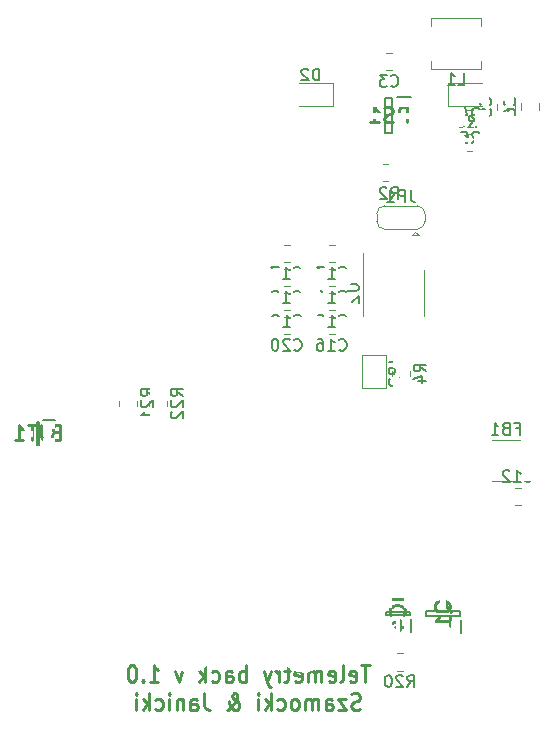
<source format=gbo>
%TF.GenerationSoftware,KiCad,Pcbnew,(5.1.10)-1*%
%TF.CreationDate,2022-05-04T21:28:41+02:00*%
%TF.ProjectId,telemetria tyl,74656c65-6d65-4747-9269-612074796c2e,rev?*%
%TF.SameCoordinates,Original*%
%TF.FileFunction,Legend,Bot*%
%TF.FilePolarity,Positive*%
%FSLAX46Y46*%
G04 Gerber Fmt 4.6, Leading zero omitted, Abs format (unit mm)*
G04 Created by KiCad (PCBNEW (5.1.10)-1) date 2022-05-04 21:28:41*
%MOMM*%
%LPD*%
G01*
G04 APERTURE LIST*
%ADD10C,0.275000*%
%ADD11C,0.120000*%
%ADD12C,0.200000*%
%ADD13C,0.150000*%
%ADD14C,0.254000*%
%ADD15C,1.800000*%
%ADD16C,4.000000*%
%ADD17C,1.509000*%
%ADD18C,3.555000*%
%ADD19C,0.900000*%
%ADD20C,10.000000*%
%ADD21R,2.250000X2.250000*%
%ADD22C,2.250000*%
%ADD23C,5.100000*%
%ADD24C,0.100000*%
%ADD25R,1.000000X1.500000*%
%ADD26R,1.500000X1.000000*%
%ADD27R,1.854500X2.286000*%
%ADD28R,1.000000X0.550000*%
%ADD29R,1.130000X1.130000*%
%ADD30C,1.130000*%
%ADD31R,1.700000X1.700000*%
%ADD32O,1.700000X1.700000*%
%ADD33R,1.390000X1.390000*%
%ADD34C,1.390000*%
%ADD35C,3.440000*%
%ADD36R,1.200000X0.600000*%
%ADD37R,0.400000X1.050000*%
%ADD38R,0.600000X1.050000*%
G04 APERTURE END LIST*
D10*
X71267142Y-83135833D02*
X70524285Y-83135833D01*
X70895714Y-84535833D02*
X70895714Y-83135833D01*
X69595714Y-84469166D02*
X69719523Y-84535833D01*
X69967142Y-84535833D01*
X70090952Y-84469166D01*
X70152857Y-84335833D01*
X70152857Y-83802500D01*
X70090952Y-83669166D01*
X69967142Y-83602500D01*
X69719523Y-83602500D01*
X69595714Y-83669166D01*
X69533809Y-83802500D01*
X69533809Y-83935833D01*
X70152857Y-84069166D01*
X68790952Y-84535833D02*
X68914761Y-84469166D01*
X68976666Y-84335833D01*
X68976666Y-83135833D01*
X67800476Y-84469166D02*
X67924285Y-84535833D01*
X68171904Y-84535833D01*
X68295714Y-84469166D01*
X68357619Y-84335833D01*
X68357619Y-83802500D01*
X68295714Y-83669166D01*
X68171904Y-83602500D01*
X67924285Y-83602500D01*
X67800476Y-83669166D01*
X67738571Y-83802500D01*
X67738571Y-83935833D01*
X68357619Y-84069166D01*
X67181428Y-84535833D02*
X67181428Y-83602500D01*
X67181428Y-83735833D02*
X67119523Y-83669166D01*
X66995714Y-83602500D01*
X66810000Y-83602500D01*
X66686190Y-83669166D01*
X66624285Y-83802500D01*
X66624285Y-84535833D01*
X66624285Y-83802500D02*
X66562380Y-83669166D01*
X66438571Y-83602500D01*
X66252857Y-83602500D01*
X66129047Y-83669166D01*
X66067142Y-83802500D01*
X66067142Y-84535833D01*
X64952857Y-84469166D02*
X65076666Y-84535833D01*
X65324285Y-84535833D01*
X65448095Y-84469166D01*
X65510000Y-84335833D01*
X65510000Y-83802500D01*
X65448095Y-83669166D01*
X65324285Y-83602500D01*
X65076666Y-83602500D01*
X64952857Y-83669166D01*
X64890952Y-83802500D01*
X64890952Y-83935833D01*
X65510000Y-84069166D01*
X64519523Y-83602500D02*
X64024285Y-83602500D01*
X64333809Y-83135833D02*
X64333809Y-84335833D01*
X64271904Y-84469166D01*
X64148095Y-84535833D01*
X64024285Y-84535833D01*
X63590952Y-84535833D02*
X63590952Y-83602500D01*
X63590952Y-83869166D02*
X63529047Y-83735833D01*
X63467142Y-83669166D01*
X63343333Y-83602500D01*
X63219523Y-83602500D01*
X62910000Y-83602500D02*
X62600476Y-84535833D01*
X62290952Y-83602500D02*
X62600476Y-84535833D01*
X62724285Y-84869166D01*
X62786190Y-84935833D01*
X62910000Y-85002500D01*
X60805238Y-84535833D02*
X60805238Y-83135833D01*
X60805238Y-83669166D02*
X60681428Y-83602500D01*
X60433809Y-83602500D01*
X60310000Y-83669166D01*
X60248095Y-83735833D01*
X60186190Y-83869166D01*
X60186190Y-84269166D01*
X60248095Y-84402500D01*
X60310000Y-84469166D01*
X60433809Y-84535833D01*
X60681428Y-84535833D01*
X60805238Y-84469166D01*
X59071904Y-84535833D02*
X59071904Y-83802500D01*
X59133809Y-83669166D01*
X59257619Y-83602500D01*
X59505238Y-83602500D01*
X59629047Y-83669166D01*
X59071904Y-84469166D02*
X59195714Y-84535833D01*
X59505238Y-84535833D01*
X59629047Y-84469166D01*
X59690952Y-84335833D01*
X59690952Y-84202500D01*
X59629047Y-84069166D01*
X59505238Y-84002500D01*
X59195714Y-84002500D01*
X59071904Y-83935833D01*
X57895714Y-84469166D02*
X58019523Y-84535833D01*
X58267142Y-84535833D01*
X58390952Y-84469166D01*
X58452857Y-84402500D01*
X58514761Y-84269166D01*
X58514761Y-83869166D01*
X58452857Y-83735833D01*
X58390952Y-83669166D01*
X58267142Y-83602500D01*
X58019523Y-83602500D01*
X57895714Y-83669166D01*
X57338571Y-84535833D02*
X57338571Y-83135833D01*
X57214761Y-84002500D02*
X56843333Y-84535833D01*
X56843333Y-83602500D02*
X57338571Y-84135833D01*
X55419523Y-83602500D02*
X55110000Y-84535833D01*
X54800476Y-83602500D01*
X52633809Y-84535833D02*
X53376666Y-84535833D01*
X53005238Y-84535833D02*
X53005238Y-83135833D01*
X53129047Y-83335833D01*
X53252857Y-83469166D01*
X53376666Y-83535833D01*
X52076666Y-84402500D02*
X52014761Y-84469166D01*
X52076666Y-84535833D01*
X52138571Y-84469166D01*
X52076666Y-84402500D01*
X52076666Y-84535833D01*
X51210000Y-83135833D02*
X51086190Y-83135833D01*
X50962380Y-83202500D01*
X50900476Y-83269166D01*
X50838571Y-83402500D01*
X50776666Y-83669166D01*
X50776666Y-84002500D01*
X50838571Y-84269166D01*
X50900476Y-84402500D01*
X50962380Y-84469166D01*
X51086190Y-84535833D01*
X51210000Y-84535833D01*
X51333809Y-84469166D01*
X51395714Y-84402500D01*
X51457619Y-84269166D01*
X51519523Y-84002500D01*
X51519523Y-83669166D01*
X51457619Y-83402500D01*
X51395714Y-83269166D01*
X51333809Y-83202500D01*
X51210000Y-83135833D01*
X70462380Y-86844166D02*
X70276666Y-86910833D01*
X69967142Y-86910833D01*
X69843333Y-86844166D01*
X69781428Y-86777500D01*
X69719523Y-86644166D01*
X69719523Y-86510833D01*
X69781428Y-86377500D01*
X69843333Y-86310833D01*
X69967142Y-86244166D01*
X70214761Y-86177500D01*
X70338571Y-86110833D01*
X70400476Y-86044166D01*
X70462380Y-85910833D01*
X70462380Y-85777500D01*
X70400476Y-85644166D01*
X70338571Y-85577500D01*
X70214761Y-85510833D01*
X69905238Y-85510833D01*
X69719523Y-85577500D01*
X69286190Y-85977500D02*
X68605238Y-85977500D01*
X69286190Y-86910833D01*
X68605238Y-86910833D01*
X67552857Y-86910833D02*
X67552857Y-86177500D01*
X67614761Y-86044166D01*
X67738571Y-85977500D01*
X67986190Y-85977500D01*
X68110000Y-86044166D01*
X67552857Y-86844166D02*
X67676666Y-86910833D01*
X67986190Y-86910833D01*
X68110000Y-86844166D01*
X68171904Y-86710833D01*
X68171904Y-86577500D01*
X68110000Y-86444166D01*
X67986190Y-86377500D01*
X67676666Y-86377500D01*
X67552857Y-86310833D01*
X66933809Y-86910833D02*
X66933809Y-85977500D01*
X66933809Y-86110833D02*
X66871904Y-86044166D01*
X66748095Y-85977500D01*
X66562380Y-85977500D01*
X66438571Y-86044166D01*
X66376666Y-86177500D01*
X66376666Y-86910833D01*
X66376666Y-86177500D02*
X66314761Y-86044166D01*
X66190952Y-85977500D01*
X66005238Y-85977500D01*
X65881428Y-86044166D01*
X65819523Y-86177500D01*
X65819523Y-86910833D01*
X65014761Y-86910833D02*
X65138571Y-86844166D01*
X65200476Y-86777500D01*
X65262380Y-86644166D01*
X65262380Y-86244166D01*
X65200476Y-86110833D01*
X65138571Y-86044166D01*
X65014761Y-85977500D01*
X64829047Y-85977500D01*
X64705238Y-86044166D01*
X64643333Y-86110833D01*
X64581428Y-86244166D01*
X64581428Y-86644166D01*
X64643333Y-86777500D01*
X64705238Y-86844166D01*
X64829047Y-86910833D01*
X65014761Y-86910833D01*
X63467142Y-86844166D02*
X63590952Y-86910833D01*
X63838571Y-86910833D01*
X63962380Y-86844166D01*
X64024285Y-86777500D01*
X64086190Y-86644166D01*
X64086190Y-86244166D01*
X64024285Y-86110833D01*
X63962380Y-86044166D01*
X63838571Y-85977500D01*
X63590952Y-85977500D01*
X63467142Y-86044166D01*
X62910000Y-86910833D02*
X62910000Y-85510833D01*
X62786190Y-86377500D02*
X62414761Y-86910833D01*
X62414761Y-85977500D02*
X62910000Y-86510833D01*
X61857619Y-86910833D02*
X61857619Y-85977500D01*
X61857619Y-85510833D02*
X61919523Y-85577500D01*
X61857619Y-85644166D01*
X61795714Y-85577500D01*
X61857619Y-85510833D01*
X61857619Y-85644166D01*
X59195714Y-86910833D02*
X59257619Y-86910833D01*
X59381428Y-86844166D01*
X59567142Y-86644166D01*
X59876666Y-86244166D01*
X60000476Y-86044166D01*
X60062380Y-85844166D01*
X60062380Y-85710833D01*
X60000476Y-85577500D01*
X59876666Y-85510833D01*
X59814761Y-85510833D01*
X59690952Y-85577500D01*
X59629047Y-85710833D01*
X59629047Y-85777500D01*
X59690952Y-85910833D01*
X59752857Y-85977500D01*
X60124285Y-86244166D01*
X60186190Y-86310833D01*
X60248095Y-86444166D01*
X60248095Y-86644166D01*
X60186190Y-86777500D01*
X60124285Y-86844166D01*
X60000476Y-86910833D01*
X59814761Y-86910833D01*
X59690952Y-86844166D01*
X59629047Y-86777500D01*
X59443333Y-86510833D01*
X59381428Y-86310833D01*
X59381428Y-86177500D01*
X57276666Y-85510833D02*
X57276666Y-86510833D01*
X57338571Y-86710833D01*
X57462380Y-86844166D01*
X57648095Y-86910833D01*
X57771904Y-86910833D01*
X56100476Y-86910833D02*
X56100476Y-86177500D01*
X56162380Y-86044166D01*
X56286190Y-85977500D01*
X56533809Y-85977500D01*
X56657619Y-86044166D01*
X56100476Y-86844166D02*
X56224285Y-86910833D01*
X56533809Y-86910833D01*
X56657619Y-86844166D01*
X56719523Y-86710833D01*
X56719523Y-86577500D01*
X56657619Y-86444166D01*
X56533809Y-86377500D01*
X56224285Y-86377500D01*
X56100476Y-86310833D01*
X55481428Y-85977500D02*
X55481428Y-86910833D01*
X55481428Y-86110833D02*
X55419523Y-86044166D01*
X55295714Y-85977500D01*
X55110000Y-85977500D01*
X54986190Y-86044166D01*
X54924285Y-86177500D01*
X54924285Y-86910833D01*
X54305238Y-86910833D02*
X54305238Y-85977500D01*
X54305238Y-85510833D02*
X54367142Y-85577500D01*
X54305238Y-85644166D01*
X54243333Y-85577500D01*
X54305238Y-85510833D01*
X54305238Y-85644166D01*
X53129047Y-86844166D02*
X53252857Y-86910833D01*
X53500476Y-86910833D01*
X53624285Y-86844166D01*
X53686190Y-86777500D01*
X53748095Y-86644166D01*
X53748095Y-86244166D01*
X53686190Y-86110833D01*
X53624285Y-86044166D01*
X53500476Y-85977500D01*
X53252857Y-85977500D01*
X53129047Y-86044166D01*
X52571904Y-86910833D02*
X52571904Y-85510833D01*
X52448095Y-86377500D02*
X52076666Y-86910833D01*
X52076666Y-85977500D02*
X52571904Y-86510833D01*
X51519523Y-86910833D02*
X51519523Y-85977500D01*
X51519523Y-85510833D02*
X51581428Y-85577500D01*
X51519523Y-85644166D01*
X51457619Y-85577500D01*
X51519523Y-85510833D01*
X51519523Y-85644166D01*
D11*
%TO.C,R6*%
X79967064Y-38127000D02*
X79512936Y-38127000D01*
X79967064Y-39597000D02*
X79512936Y-39597000D01*
%TO.C,R5*%
X79544936Y-37565000D02*
X79999064Y-37565000D01*
X79544936Y-36095000D02*
X79999064Y-36095000D01*
%TO.C,R2*%
X72400936Y-42137000D02*
X72855064Y-42137000D01*
X72400936Y-40667000D02*
X72855064Y-40667000D01*
%TO.C,D4*%
X80756000Y-35758000D02*
X77896000Y-35758000D01*
X77896000Y-35758000D02*
X77896000Y-33838000D01*
X77896000Y-33838000D02*
X80756000Y-33838000D01*
%TO.C,D2*%
X65285000Y-33838000D02*
X68145000Y-33838000D01*
X68145000Y-33838000D02*
X68145000Y-35758000D01*
X68145000Y-35758000D02*
X65285000Y-35758000D01*
%TO.C,C6*%
X84101000Y-35552748D02*
X84101000Y-36075252D01*
X85571000Y-35552748D02*
X85571000Y-36075252D01*
%TO.C,C5*%
X82069000Y-35574248D02*
X82069000Y-36096752D01*
X83539000Y-35574248D02*
X83539000Y-36096752D01*
%TO.C,C3*%
X72658248Y-32739000D02*
X73180752Y-32739000D01*
X72658248Y-31269000D02*
X73180752Y-31269000D01*
%TO.C,C13*%
X67810748Y-47525000D02*
X68333252Y-47525000D01*
X67810748Y-48995000D02*
X68333252Y-48995000D01*
%TO.C,C14*%
X67810748Y-51027000D02*
X68333252Y-51027000D01*
X67810748Y-49557000D02*
X68333252Y-49557000D01*
%TO.C,C12*%
X84059752Y-69569000D02*
X83537248Y-69569000D01*
X84059752Y-68099000D02*
X83537248Y-68099000D01*
%TO.C,C15*%
X67810748Y-51589000D02*
X68333252Y-51589000D01*
X67810748Y-53059000D02*
X68333252Y-53059000D01*
%TO.C,C17*%
X63979248Y-47525000D02*
X64501752Y-47525000D01*
X63979248Y-48995000D02*
X64501752Y-48995000D01*
%TO.C,C20*%
X63979248Y-55091000D02*
X64501752Y-55091000D01*
X63979248Y-53621000D02*
X64501752Y-53621000D01*
%TO.C,R4*%
X73179000Y-58631064D02*
X73179000Y-58176936D01*
X74649000Y-58631064D02*
X74649000Y-58176936D01*
%TO.C,C18*%
X63979248Y-51027000D02*
X64501752Y-51027000D01*
X63979248Y-49557000D02*
X64501752Y-49557000D01*
%TO.C,C16*%
X67789248Y-53621000D02*
X68311752Y-53621000D01*
X67789248Y-55091000D02*
X68311752Y-55091000D01*
%TO.C,C19*%
X64000748Y-51589000D02*
X64523252Y-51589000D01*
X64000748Y-53059000D02*
X64523252Y-53059000D01*
%TO.C,FB1*%
X83965252Y-64076000D02*
X81642748Y-64076000D01*
X83965252Y-67496000D02*
X81642748Y-67496000D01*
%TO.C,JP1*%
X75114000Y-46412000D02*
X74814000Y-46712000D01*
X75414000Y-46712000D02*
X74814000Y-46712000D01*
X75114000Y-46412000D02*
X75414000Y-46712000D01*
X75964000Y-45512000D02*
X75964000Y-44912000D01*
X72514000Y-46212000D02*
X75314000Y-46212000D01*
X71864000Y-44912000D02*
X71864000Y-45512000D01*
X75314000Y-44212000D02*
X72514000Y-44212000D01*
X72564000Y-44212000D02*
G75*
G03*
X71864000Y-44912000I0J-700000D01*
G01*
X71864000Y-45512000D02*
G75*
G03*
X72564000Y-46212000I700000J0D01*
G01*
X75264000Y-46212000D02*
G75*
G03*
X75964000Y-45512000I0J700000D01*
G01*
X75964000Y-44912000D02*
G75*
G03*
X75264000Y-44212000I-700000J0D01*
G01*
%TO.C,JP2*%
X70628000Y-59678000D02*
X72628000Y-59678000D01*
X70628000Y-56878000D02*
X70628000Y-59678000D01*
X72628000Y-56878000D02*
X70628000Y-56878000D01*
X72628000Y-59678000D02*
X72628000Y-56878000D01*
%TO.C,L1*%
X80732250Y-28348000D02*
X80732250Y-29037000D01*
X76468250Y-28348000D02*
X80732250Y-28348000D01*
X76468250Y-29037000D02*
X76468250Y-28348000D01*
X80732250Y-32612000D02*
X80732250Y-31923000D01*
X76468250Y-32612000D02*
X80732250Y-32612000D01*
X76468250Y-31923000D02*
X76468250Y-32612000D01*
%TO.C,U2*%
X75839000Y-51627000D02*
X75839000Y-53577000D01*
X75839000Y-51627000D02*
X75839000Y-49677000D01*
X70719000Y-51627000D02*
X70719000Y-53577000D01*
X70719000Y-51627000D02*
X70719000Y-48177000D01*
D12*
%TO.C,BJT1*%
X43280000Y-62500000D02*
X43080000Y-62500000D01*
X43080000Y-62500000D02*
X43080000Y-64500000D01*
X43080000Y-64500000D02*
X43280000Y-64500000D01*
X43280000Y-64500000D02*
X43280000Y-62500000D01*
X44630000Y-62325000D02*
X43630000Y-62325000D01*
%TO.C,PS1*%
X74748000Y-34976000D02*
X73548000Y-34976000D01*
X73198000Y-38026000D02*
X73198000Y-35126000D01*
X72598000Y-38026000D02*
X73198000Y-38026000D01*
X72598000Y-35126000D02*
X72598000Y-38026000D01*
X73198000Y-35126000D02*
X72598000Y-35126000D01*
%TO.C,IC4*%
X74685000Y-78865000D02*
X74685000Y-78615000D01*
X74685000Y-78615000D02*
X72635000Y-78615000D01*
X72635000Y-78615000D02*
X72635000Y-78865000D01*
X72635000Y-78865000D02*
X74685000Y-78865000D01*
X74760000Y-80265000D02*
X74760000Y-79215000D01*
D11*
%TO.C,R20*%
X73597937Y-83579999D02*
X74052065Y-83579999D01*
X73597937Y-82109999D02*
X74052065Y-82109999D01*
%TO.C,R21*%
X51535000Y-61187064D02*
X51535000Y-60732936D01*
X50065000Y-61187064D02*
X50065000Y-60732936D01*
%TO.C,R22*%
X52605000Y-61187064D02*
X52605000Y-60732936D01*
X54075000Y-61187064D02*
X54075000Y-60732936D01*
D12*
%TO.C,Q1*%
X78970000Y-80365000D02*
X78970000Y-79315000D01*
X76020000Y-78965000D02*
X78920000Y-78965000D01*
X76020000Y-78515000D02*
X76020000Y-78965000D01*
X78920000Y-78515000D02*
X76020000Y-78515000D01*
X78920000Y-78965000D02*
X78920000Y-78515000D01*
%TO.C,R6*%
D13*
X79668666Y-37536380D02*
X80002000Y-37060190D01*
X80240095Y-37536380D02*
X80240095Y-36536380D01*
X79859142Y-36536380D01*
X79763904Y-36584000D01*
X79716285Y-36631619D01*
X79668666Y-36726857D01*
X79668666Y-36869714D01*
X79716285Y-36964952D01*
X79763904Y-37012571D01*
X79859142Y-37060190D01*
X80240095Y-37060190D01*
X78811523Y-36536380D02*
X79002000Y-36536380D01*
X79097238Y-36584000D01*
X79144857Y-36631619D01*
X79240095Y-36774476D01*
X79287714Y-36964952D01*
X79287714Y-37345904D01*
X79240095Y-37441142D01*
X79192476Y-37488761D01*
X79097238Y-37536380D01*
X78906761Y-37536380D01*
X78811523Y-37488761D01*
X78763904Y-37441142D01*
X78716285Y-37345904D01*
X78716285Y-37107809D01*
X78763904Y-37012571D01*
X78811523Y-36964952D01*
X78906761Y-36917333D01*
X79097238Y-36917333D01*
X79192476Y-36964952D01*
X79240095Y-37012571D01*
X79287714Y-37107809D01*
%TO.C,R5*%
X79938666Y-38932380D02*
X80272000Y-38456190D01*
X80510095Y-38932380D02*
X80510095Y-37932380D01*
X80129142Y-37932380D01*
X80033904Y-37980000D01*
X79986285Y-38027619D01*
X79938666Y-38122857D01*
X79938666Y-38265714D01*
X79986285Y-38360952D01*
X80033904Y-38408571D01*
X80129142Y-38456190D01*
X80510095Y-38456190D01*
X79033904Y-37932380D02*
X79510095Y-37932380D01*
X79557714Y-38408571D01*
X79510095Y-38360952D01*
X79414857Y-38313333D01*
X79176761Y-38313333D01*
X79081523Y-38360952D01*
X79033904Y-38408571D01*
X78986285Y-38503809D01*
X78986285Y-38741904D01*
X79033904Y-38837142D01*
X79081523Y-38884761D01*
X79176761Y-38932380D01*
X79414857Y-38932380D01*
X79510095Y-38884761D01*
X79557714Y-38837142D01*
%TO.C,R2*%
X73064666Y-43632380D02*
X73398000Y-43156190D01*
X73636095Y-43632380D02*
X73636095Y-42632380D01*
X73255142Y-42632380D01*
X73159904Y-42680000D01*
X73112285Y-42727619D01*
X73064666Y-42822857D01*
X73064666Y-42965714D01*
X73112285Y-43060952D01*
X73159904Y-43108571D01*
X73255142Y-43156190D01*
X73636095Y-43156190D01*
X72683714Y-42727619D02*
X72636095Y-42680000D01*
X72540857Y-42632380D01*
X72302761Y-42632380D01*
X72207523Y-42680000D01*
X72159904Y-42727619D01*
X72112285Y-42822857D01*
X72112285Y-42918095D01*
X72159904Y-43060952D01*
X72731333Y-43632380D01*
X72112285Y-43632380D01*
%TO.C,D4*%
X80494095Y-36900380D02*
X80494095Y-35900380D01*
X80256000Y-35900380D01*
X80113142Y-35948000D01*
X80017904Y-36043238D01*
X79970285Y-36138476D01*
X79922666Y-36328952D01*
X79922666Y-36471809D01*
X79970285Y-36662285D01*
X80017904Y-36757523D01*
X80113142Y-36852761D01*
X80256000Y-36900380D01*
X80494095Y-36900380D01*
X79065523Y-36233714D02*
X79065523Y-36900380D01*
X79303619Y-35852761D02*
X79541714Y-36567047D01*
X78922666Y-36567047D01*
%TO.C,D2*%
X67023095Y-33600380D02*
X67023095Y-32600380D01*
X66785000Y-32600380D01*
X66642142Y-32648000D01*
X66546904Y-32743238D01*
X66499285Y-32838476D01*
X66451666Y-33028952D01*
X66451666Y-33171809D01*
X66499285Y-33362285D01*
X66546904Y-33457523D01*
X66642142Y-33552761D01*
X66785000Y-33600380D01*
X67023095Y-33600380D01*
X66070714Y-32695619D02*
X66023095Y-32648000D01*
X65927857Y-32600380D01*
X65689761Y-32600380D01*
X65594523Y-32648000D01*
X65546904Y-32695619D01*
X65499285Y-32790857D01*
X65499285Y-32886095D01*
X65546904Y-33028952D01*
X66118333Y-33600380D01*
X65499285Y-33600380D01*
%TO.C,C6*%
X83513142Y-35647333D02*
X83560761Y-35599714D01*
X83608380Y-35456857D01*
X83608380Y-35361619D01*
X83560761Y-35218761D01*
X83465523Y-35123523D01*
X83370285Y-35075904D01*
X83179809Y-35028285D01*
X83036952Y-35028285D01*
X82846476Y-35075904D01*
X82751238Y-35123523D01*
X82656000Y-35218761D01*
X82608380Y-35361619D01*
X82608380Y-35456857D01*
X82656000Y-35599714D01*
X82703619Y-35647333D01*
X82608380Y-36504476D02*
X82608380Y-36314000D01*
X82656000Y-36218761D01*
X82703619Y-36171142D01*
X82846476Y-36075904D01*
X83036952Y-36028285D01*
X83417904Y-36028285D01*
X83513142Y-36075904D01*
X83560761Y-36123523D01*
X83608380Y-36218761D01*
X83608380Y-36409238D01*
X83560761Y-36504476D01*
X83513142Y-36552095D01*
X83417904Y-36599714D01*
X83179809Y-36599714D01*
X83084571Y-36552095D01*
X83036952Y-36504476D01*
X82989333Y-36409238D01*
X82989333Y-36218761D01*
X83036952Y-36123523D01*
X83084571Y-36075904D01*
X83179809Y-36028285D01*
%TO.C,C5*%
X81481142Y-35668833D02*
X81528761Y-35621214D01*
X81576380Y-35478357D01*
X81576380Y-35383119D01*
X81528761Y-35240261D01*
X81433523Y-35145023D01*
X81338285Y-35097404D01*
X81147809Y-35049785D01*
X81004952Y-35049785D01*
X80814476Y-35097404D01*
X80719238Y-35145023D01*
X80624000Y-35240261D01*
X80576380Y-35383119D01*
X80576380Y-35478357D01*
X80624000Y-35621214D01*
X80671619Y-35668833D01*
X80576380Y-36573595D02*
X80576380Y-36097404D01*
X81052571Y-36049785D01*
X81004952Y-36097404D01*
X80957333Y-36192642D01*
X80957333Y-36430738D01*
X81004952Y-36525976D01*
X81052571Y-36573595D01*
X81147809Y-36621214D01*
X81385904Y-36621214D01*
X81481142Y-36573595D01*
X81528761Y-36525976D01*
X81576380Y-36430738D01*
X81576380Y-36192642D01*
X81528761Y-36097404D01*
X81481142Y-36049785D01*
%TO.C,C3*%
X73086166Y-34041142D02*
X73133785Y-34088761D01*
X73276642Y-34136380D01*
X73371880Y-34136380D01*
X73514738Y-34088761D01*
X73609976Y-33993523D01*
X73657595Y-33898285D01*
X73705214Y-33707809D01*
X73705214Y-33564952D01*
X73657595Y-33374476D01*
X73609976Y-33279238D01*
X73514738Y-33184000D01*
X73371880Y-33136380D01*
X73276642Y-33136380D01*
X73133785Y-33184000D01*
X73086166Y-33231619D01*
X72752833Y-33136380D02*
X72133785Y-33136380D01*
X72467119Y-33517333D01*
X72324261Y-33517333D01*
X72229023Y-33564952D01*
X72181404Y-33612571D01*
X72133785Y-33707809D01*
X72133785Y-33945904D01*
X72181404Y-34041142D01*
X72229023Y-34088761D01*
X72324261Y-34136380D01*
X72609976Y-34136380D01*
X72705214Y-34088761D01*
X72752833Y-34041142D01*
%TO.C,C13*%
X68714857Y-50297142D02*
X68762476Y-50344761D01*
X68905333Y-50392380D01*
X69000571Y-50392380D01*
X69143428Y-50344761D01*
X69238666Y-50249523D01*
X69286285Y-50154285D01*
X69333904Y-49963809D01*
X69333904Y-49820952D01*
X69286285Y-49630476D01*
X69238666Y-49535238D01*
X69143428Y-49440000D01*
X69000571Y-49392380D01*
X68905333Y-49392380D01*
X68762476Y-49440000D01*
X68714857Y-49487619D01*
X67762476Y-50392380D02*
X68333904Y-50392380D01*
X68048190Y-50392380D02*
X68048190Y-49392380D01*
X68143428Y-49535238D01*
X68238666Y-49630476D01*
X68333904Y-49678095D01*
X67429142Y-49392380D02*
X66810095Y-49392380D01*
X67143428Y-49773333D01*
X67000571Y-49773333D01*
X66905333Y-49820952D01*
X66857714Y-49868571D01*
X66810095Y-49963809D01*
X66810095Y-50201904D01*
X66857714Y-50297142D01*
X66905333Y-50344761D01*
X67000571Y-50392380D01*
X67286285Y-50392380D01*
X67381523Y-50344761D01*
X67429142Y-50297142D01*
%TO.C,C14*%
X68714857Y-52329142D02*
X68762476Y-52376761D01*
X68905333Y-52424380D01*
X69000571Y-52424380D01*
X69143428Y-52376761D01*
X69238666Y-52281523D01*
X69286285Y-52186285D01*
X69333904Y-51995809D01*
X69333904Y-51852952D01*
X69286285Y-51662476D01*
X69238666Y-51567238D01*
X69143428Y-51472000D01*
X69000571Y-51424380D01*
X68905333Y-51424380D01*
X68762476Y-51472000D01*
X68714857Y-51519619D01*
X67762476Y-52424380D02*
X68333904Y-52424380D01*
X68048190Y-52424380D02*
X68048190Y-51424380D01*
X68143428Y-51567238D01*
X68238666Y-51662476D01*
X68333904Y-51710095D01*
X66905333Y-51757714D02*
X66905333Y-52424380D01*
X67143428Y-51376761D02*
X67381523Y-52091047D01*
X66762476Y-52091047D01*
%TO.C,C12*%
X84441357Y-67511142D02*
X84488976Y-67558761D01*
X84631833Y-67606380D01*
X84727071Y-67606380D01*
X84869928Y-67558761D01*
X84965166Y-67463523D01*
X85012785Y-67368285D01*
X85060404Y-67177809D01*
X85060404Y-67034952D01*
X85012785Y-66844476D01*
X84965166Y-66749238D01*
X84869928Y-66654000D01*
X84727071Y-66606380D01*
X84631833Y-66606380D01*
X84488976Y-66654000D01*
X84441357Y-66701619D01*
X83488976Y-67606380D02*
X84060404Y-67606380D01*
X83774690Y-67606380D02*
X83774690Y-66606380D01*
X83869928Y-66749238D01*
X83965166Y-66844476D01*
X84060404Y-66892095D01*
X83108023Y-66701619D02*
X83060404Y-66654000D01*
X82965166Y-66606380D01*
X82727071Y-66606380D01*
X82631833Y-66654000D01*
X82584214Y-66701619D01*
X82536595Y-66796857D01*
X82536595Y-66892095D01*
X82584214Y-67034952D01*
X83155642Y-67606380D01*
X82536595Y-67606380D01*
%TO.C,C15*%
X68714857Y-54361142D02*
X68762476Y-54408761D01*
X68905333Y-54456380D01*
X69000571Y-54456380D01*
X69143428Y-54408761D01*
X69238666Y-54313523D01*
X69286285Y-54218285D01*
X69333904Y-54027809D01*
X69333904Y-53884952D01*
X69286285Y-53694476D01*
X69238666Y-53599238D01*
X69143428Y-53504000D01*
X69000571Y-53456380D01*
X68905333Y-53456380D01*
X68762476Y-53504000D01*
X68714857Y-53551619D01*
X67762476Y-54456380D02*
X68333904Y-54456380D01*
X68048190Y-54456380D02*
X68048190Y-53456380D01*
X68143428Y-53599238D01*
X68238666Y-53694476D01*
X68333904Y-53742095D01*
X66857714Y-53456380D02*
X67333904Y-53456380D01*
X67381523Y-53932571D01*
X67333904Y-53884952D01*
X67238666Y-53837333D01*
X67000571Y-53837333D01*
X66905333Y-53884952D01*
X66857714Y-53932571D01*
X66810095Y-54027809D01*
X66810095Y-54265904D01*
X66857714Y-54361142D01*
X66905333Y-54408761D01*
X67000571Y-54456380D01*
X67238666Y-54456380D01*
X67333904Y-54408761D01*
X67381523Y-54361142D01*
%TO.C,C17*%
X64883357Y-50297142D02*
X64930976Y-50344761D01*
X65073833Y-50392380D01*
X65169071Y-50392380D01*
X65311928Y-50344761D01*
X65407166Y-50249523D01*
X65454785Y-50154285D01*
X65502404Y-49963809D01*
X65502404Y-49820952D01*
X65454785Y-49630476D01*
X65407166Y-49535238D01*
X65311928Y-49440000D01*
X65169071Y-49392380D01*
X65073833Y-49392380D01*
X64930976Y-49440000D01*
X64883357Y-49487619D01*
X63930976Y-50392380D02*
X64502404Y-50392380D01*
X64216690Y-50392380D02*
X64216690Y-49392380D01*
X64311928Y-49535238D01*
X64407166Y-49630476D01*
X64502404Y-49678095D01*
X63597642Y-49392380D02*
X62930976Y-49392380D01*
X63359547Y-50392380D01*
%TO.C,C20*%
X64883357Y-56393142D02*
X64930976Y-56440761D01*
X65073833Y-56488380D01*
X65169071Y-56488380D01*
X65311928Y-56440761D01*
X65407166Y-56345523D01*
X65454785Y-56250285D01*
X65502404Y-56059809D01*
X65502404Y-55916952D01*
X65454785Y-55726476D01*
X65407166Y-55631238D01*
X65311928Y-55536000D01*
X65169071Y-55488380D01*
X65073833Y-55488380D01*
X64930976Y-55536000D01*
X64883357Y-55583619D01*
X64502404Y-55583619D02*
X64454785Y-55536000D01*
X64359547Y-55488380D01*
X64121452Y-55488380D01*
X64026214Y-55536000D01*
X63978595Y-55583619D01*
X63930976Y-55678857D01*
X63930976Y-55774095D01*
X63978595Y-55916952D01*
X64550023Y-56488380D01*
X63930976Y-56488380D01*
X63311928Y-55488380D02*
X63216690Y-55488380D01*
X63121452Y-55536000D01*
X63073833Y-55583619D01*
X63026214Y-55678857D01*
X62978595Y-55869333D01*
X62978595Y-56107428D01*
X63026214Y-56297904D01*
X63073833Y-56393142D01*
X63121452Y-56440761D01*
X63216690Y-56488380D01*
X63311928Y-56488380D01*
X63407166Y-56440761D01*
X63454785Y-56393142D01*
X63502404Y-56297904D01*
X63550023Y-56107428D01*
X63550023Y-55869333D01*
X63502404Y-55678857D01*
X63454785Y-55583619D01*
X63407166Y-55536000D01*
X63311928Y-55488380D01*
%TO.C,R4*%
X76016380Y-58237333D02*
X75540190Y-57904000D01*
X76016380Y-57665904D02*
X75016380Y-57665904D01*
X75016380Y-58046857D01*
X75064000Y-58142095D01*
X75111619Y-58189714D01*
X75206857Y-58237333D01*
X75349714Y-58237333D01*
X75444952Y-58189714D01*
X75492571Y-58142095D01*
X75540190Y-58046857D01*
X75540190Y-57665904D01*
X75349714Y-59094476D02*
X76016380Y-59094476D01*
X74968761Y-58856380D02*
X75683047Y-58618285D01*
X75683047Y-59237333D01*
%TO.C,C18*%
X64876917Y-52329142D02*
X64924536Y-52376761D01*
X65067393Y-52424380D01*
X65162631Y-52424380D01*
X65305488Y-52376761D01*
X65400726Y-52281523D01*
X65448345Y-52186285D01*
X65495964Y-51995809D01*
X65495964Y-51852952D01*
X65448345Y-51662476D01*
X65400726Y-51567238D01*
X65305488Y-51472000D01*
X65162631Y-51424380D01*
X65067393Y-51424380D01*
X64924536Y-51472000D01*
X64876917Y-51519619D01*
X63924536Y-52424380D02*
X64495964Y-52424380D01*
X64210250Y-52424380D02*
X64210250Y-51424380D01*
X64305488Y-51567238D01*
X64400726Y-51662476D01*
X64495964Y-51710095D01*
X63353107Y-51852952D02*
X63448345Y-51805333D01*
X63495964Y-51757714D01*
X63543583Y-51662476D01*
X63543583Y-51614857D01*
X63495964Y-51519619D01*
X63448345Y-51472000D01*
X63353107Y-51424380D01*
X63162631Y-51424380D01*
X63067393Y-51472000D01*
X63019774Y-51519619D01*
X62972155Y-51614857D01*
X62972155Y-51662476D01*
X63019774Y-51757714D01*
X63067393Y-51805333D01*
X63162631Y-51852952D01*
X63353107Y-51852952D01*
X63448345Y-51900571D01*
X63495964Y-51948190D01*
X63543583Y-52043428D01*
X63543583Y-52233904D01*
X63495964Y-52329142D01*
X63448345Y-52376761D01*
X63353107Y-52424380D01*
X63162631Y-52424380D01*
X63067393Y-52376761D01*
X63019774Y-52329142D01*
X62972155Y-52233904D01*
X62972155Y-52043428D01*
X63019774Y-51948190D01*
X63067393Y-51900571D01*
X63162631Y-51852952D01*
%TO.C,C16*%
X68693357Y-56393142D02*
X68740976Y-56440761D01*
X68883833Y-56488380D01*
X68979071Y-56488380D01*
X69121928Y-56440761D01*
X69217166Y-56345523D01*
X69264785Y-56250285D01*
X69312404Y-56059809D01*
X69312404Y-55916952D01*
X69264785Y-55726476D01*
X69217166Y-55631238D01*
X69121928Y-55536000D01*
X68979071Y-55488380D01*
X68883833Y-55488380D01*
X68740976Y-55536000D01*
X68693357Y-55583619D01*
X67740976Y-56488380D02*
X68312404Y-56488380D01*
X68026690Y-56488380D02*
X68026690Y-55488380D01*
X68121928Y-55631238D01*
X68217166Y-55726476D01*
X68312404Y-55774095D01*
X66883833Y-55488380D02*
X67074309Y-55488380D01*
X67169547Y-55536000D01*
X67217166Y-55583619D01*
X67312404Y-55726476D01*
X67360023Y-55916952D01*
X67360023Y-56297904D01*
X67312404Y-56393142D01*
X67264785Y-56440761D01*
X67169547Y-56488380D01*
X66979071Y-56488380D01*
X66883833Y-56440761D01*
X66836214Y-56393142D01*
X66788595Y-56297904D01*
X66788595Y-56059809D01*
X66836214Y-55964571D01*
X66883833Y-55916952D01*
X66979071Y-55869333D01*
X67169547Y-55869333D01*
X67264785Y-55916952D01*
X67312404Y-55964571D01*
X67360023Y-56059809D01*
%TO.C,C19*%
X64904857Y-54361142D02*
X64952476Y-54408761D01*
X65095333Y-54456380D01*
X65190571Y-54456380D01*
X65333428Y-54408761D01*
X65428666Y-54313523D01*
X65476285Y-54218285D01*
X65523904Y-54027809D01*
X65523904Y-53884952D01*
X65476285Y-53694476D01*
X65428666Y-53599238D01*
X65333428Y-53504000D01*
X65190571Y-53456380D01*
X65095333Y-53456380D01*
X64952476Y-53504000D01*
X64904857Y-53551619D01*
X63952476Y-54456380D02*
X64523904Y-54456380D01*
X64238190Y-54456380D02*
X64238190Y-53456380D01*
X64333428Y-53599238D01*
X64428666Y-53694476D01*
X64523904Y-53742095D01*
X63476285Y-54456380D02*
X63285809Y-54456380D01*
X63190571Y-54408761D01*
X63142952Y-54361142D01*
X63047714Y-54218285D01*
X63000095Y-54027809D01*
X63000095Y-53646857D01*
X63047714Y-53551619D01*
X63095333Y-53504000D01*
X63190571Y-53456380D01*
X63381047Y-53456380D01*
X63476285Y-53504000D01*
X63523904Y-53551619D01*
X63571523Y-53646857D01*
X63571523Y-53884952D01*
X63523904Y-53980190D01*
X63476285Y-54027809D01*
X63381047Y-54075428D01*
X63190571Y-54075428D01*
X63095333Y-54027809D01*
X63047714Y-53980190D01*
X63000095Y-53884952D01*
%TO.C,FB1*%
X83637333Y-63064571D02*
X83970666Y-63064571D01*
X83970666Y-63588380D02*
X83970666Y-62588380D01*
X83494476Y-62588380D01*
X82780190Y-63064571D02*
X82637333Y-63112190D01*
X82589714Y-63159809D01*
X82542095Y-63255047D01*
X82542095Y-63397904D01*
X82589714Y-63493142D01*
X82637333Y-63540761D01*
X82732571Y-63588380D01*
X83113523Y-63588380D01*
X83113523Y-62588380D01*
X82780190Y-62588380D01*
X82684952Y-62636000D01*
X82637333Y-62683619D01*
X82589714Y-62778857D01*
X82589714Y-62874095D01*
X82637333Y-62969333D01*
X82684952Y-63016952D01*
X82780190Y-63064571D01*
X83113523Y-63064571D01*
X81589714Y-63588380D02*
X82161142Y-63588380D01*
X81875428Y-63588380D02*
X81875428Y-62588380D01*
X81970666Y-62731238D01*
X82065904Y-62826476D01*
X82161142Y-62874095D01*
%TO.C,JP1*%
X74747333Y-42864380D02*
X74747333Y-43578666D01*
X74794952Y-43721523D01*
X74890190Y-43816761D01*
X75033047Y-43864380D01*
X75128285Y-43864380D01*
X74271142Y-43864380D02*
X74271142Y-42864380D01*
X73890190Y-42864380D01*
X73794952Y-42912000D01*
X73747333Y-42959619D01*
X73699714Y-43054857D01*
X73699714Y-43197714D01*
X73747333Y-43292952D01*
X73794952Y-43340571D01*
X73890190Y-43388190D01*
X74271142Y-43388190D01*
X72747333Y-43864380D02*
X73318761Y-43864380D01*
X73033047Y-43864380D02*
X73033047Y-42864380D01*
X73128285Y-43007238D01*
X73223523Y-43102476D01*
X73318761Y-43150095D01*
%TO.C,JP2*%
X72880380Y-57444666D02*
X73594666Y-57444666D01*
X73737523Y-57397047D01*
X73832761Y-57301809D01*
X73880380Y-57158952D01*
X73880380Y-57063714D01*
X73880380Y-57920857D02*
X72880380Y-57920857D01*
X72880380Y-58301809D01*
X72928000Y-58397047D01*
X72975619Y-58444666D01*
X73070857Y-58492285D01*
X73213714Y-58492285D01*
X73308952Y-58444666D01*
X73356571Y-58397047D01*
X73404190Y-58301809D01*
X73404190Y-57920857D01*
X72975619Y-58873238D02*
X72928000Y-58920857D01*
X72880380Y-59016095D01*
X72880380Y-59254190D01*
X72928000Y-59349428D01*
X72975619Y-59397047D01*
X73070857Y-59444666D01*
X73166095Y-59444666D01*
X73308952Y-59397047D01*
X73880380Y-58825619D01*
X73880380Y-59444666D01*
%TO.C,L1*%
X78766916Y-33964380D02*
X79243107Y-33964380D01*
X79243107Y-32964380D01*
X77909773Y-33964380D02*
X78481202Y-33964380D01*
X78195488Y-33964380D02*
X78195488Y-32964380D01*
X78290726Y-33107238D01*
X78385964Y-33202476D01*
X78481202Y-33250095D01*
%TO.C,U2*%
X69331380Y-50865095D02*
X70140904Y-50865095D01*
X70236142Y-50912714D01*
X70283761Y-50960333D01*
X70331380Y-51055571D01*
X70331380Y-51246047D01*
X70283761Y-51341285D01*
X70236142Y-51388904D01*
X70140904Y-51436523D01*
X69331380Y-51436523D01*
X69426619Y-51865095D02*
X69379000Y-51912714D01*
X69331380Y-52007952D01*
X69331380Y-52246047D01*
X69379000Y-52341285D01*
X69426619Y-52388904D01*
X69521857Y-52436523D01*
X69617095Y-52436523D01*
X69759952Y-52388904D01*
X70331380Y-51817476D01*
X70331380Y-52436523D01*
%TO.C,BJT1*%
D14*
X44661666Y-63409285D02*
X44480238Y-63469761D01*
X44419761Y-63530238D01*
X44359285Y-63651190D01*
X44359285Y-63832619D01*
X44419761Y-63953571D01*
X44480238Y-64014047D01*
X44601190Y-64074523D01*
X45085000Y-64074523D01*
X45085000Y-62804523D01*
X44661666Y-62804523D01*
X44540714Y-62865000D01*
X44480238Y-62925476D01*
X44419761Y-63046428D01*
X44419761Y-63167380D01*
X44480238Y-63288333D01*
X44540714Y-63348809D01*
X44661666Y-63409285D01*
X45085000Y-63409285D01*
X43452142Y-62804523D02*
X43452142Y-63711666D01*
X43512619Y-63893095D01*
X43633571Y-64014047D01*
X43815000Y-64074523D01*
X43935952Y-64074523D01*
X43028809Y-62804523D02*
X42303095Y-62804523D01*
X42665952Y-64074523D02*
X42665952Y-62804523D01*
X41214523Y-64074523D02*
X41940238Y-64074523D01*
X41577380Y-64074523D02*
X41577380Y-62804523D01*
X41698333Y-62985952D01*
X41819285Y-63106904D01*
X41940238Y-63167380D01*
%TO.C,PS1*%
X74440142Y-37150523D02*
X74440142Y-35880523D01*
X73956333Y-35880523D01*
X73835380Y-35941000D01*
X73774904Y-36001476D01*
X73714428Y-36122428D01*
X73714428Y-36303857D01*
X73774904Y-36424809D01*
X73835380Y-36485285D01*
X73956333Y-36545761D01*
X74440142Y-36545761D01*
X73230619Y-37090047D02*
X73049190Y-37150523D01*
X72746809Y-37150523D01*
X72625857Y-37090047D01*
X72565380Y-37029571D01*
X72504904Y-36908619D01*
X72504904Y-36787666D01*
X72565380Y-36666714D01*
X72625857Y-36606238D01*
X72746809Y-36545761D01*
X72988714Y-36485285D01*
X73109666Y-36424809D01*
X73170142Y-36364333D01*
X73230619Y-36243380D01*
X73230619Y-36122428D01*
X73170142Y-36001476D01*
X73109666Y-35941000D01*
X72988714Y-35880523D01*
X72686333Y-35880523D01*
X72504904Y-35941000D01*
X71295380Y-37150523D02*
X72021095Y-37150523D01*
X71658238Y-37150523D02*
X71658238Y-35880523D01*
X71779190Y-36061952D01*
X71900142Y-36182904D01*
X72021095Y-36243380D01*
%TO.C,IC4*%
X74234523Y-77500238D02*
X72964523Y-77500238D01*
X74113571Y-78830714D02*
X74174047Y-78770238D01*
X74234523Y-78588809D01*
X74234523Y-78467857D01*
X74174047Y-78286428D01*
X74053095Y-78165476D01*
X73932142Y-78105000D01*
X73690238Y-78044523D01*
X73508809Y-78044523D01*
X73266904Y-78105000D01*
X73145952Y-78165476D01*
X73025000Y-78286428D01*
X72964523Y-78467857D01*
X72964523Y-78588809D01*
X73025000Y-78770238D01*
X73085476Y-78830714D01*
X73387857Y-79919285D02*
X74234523Y-79919285D01*
X72904047Y-79616904D02*
X73811190Y-79314523D01*
X73811190Y-80100714D01*
%TO.C,R20*%
D13*
X74467858Y-84947379D02*
X74801191Y-84471189D01*
X75039286Y-84947379D02*
X75039286Y-83947379D01*
X74658334Y-83947379D01*
X74563096Y-83994999D01*
X74515477Y-84042618D01*
X74467858Y-84137856D01*
X74467858Y-84280713D01*
X74515477Y-84375951D01*
X74563096Y-84423570D01*
X74658334Y-84471189D01*
X75039286Y-84471189D01*
X74086905Y-84042618D02*
X74039286Y-83994999D01*
X73944048Y-83947379D01*
X73705953Y-83947379D01*
X73610715Y-83994999D01*
X73563096Y-84042618D01*
X73515477Y-84137856D01*
X73515477Y-84233094D01*
X73563096Y-84375951D01*
X74134524Y-84947379D01*
X73515477Y-84947379D01*
X72896429Y-83947379D02*
X72801191Y-83947379D01*
X72705953Y-83994999D01*
X72658334Y-84042618D01*
X72610715Y-84137856D01*
X72563096Y-84328332D01*
X72563096Y-84566427D01*
X72610715Y-84756903D01*
X72658334Y-84852141D01*
X72705953Y-84899760D01*
X72801191Y-84947379D01*
X72896429Y-84947379D01*
X72991667Y-84899760D01*
X73039286Y-84852141D01*
X73086905Y-84756903D01*
X73134524Y-84566427D01*
X73134524Y-84328332D01*
X73086905Y-84137856D01*
X73039286Y-84042618D01*
X72991667Y-83994999D01*
X72896429Y-83947379D01*
%TO.C,R21*%
X52902380Y-60317142D02*
X52426190Y-59983809D01*
X52902380Y-59745714D02*
X51902380Y-59745714D01*
X51902380Y-60126666D01*
X51950000Y-60221904D01*
X51997619Y-60269523D01*
X52092857Y-60317142D01*
X52235714Y-60317142D01*
X52330952Y-60269523D01*
X52378571Y-60221904D01*
X52426190Y-60126666D01*
X52426190Y-59745714D01*
X51997619Y-60698095D02*
X51950000Y-60745714D01*
X51902380Y-60840952D01*
X51902380Y-61079047D01*
X51950000Y-61174285D01*
X51997619Y-61221904D01*
X52092857Y-61269523D01*
X52188095Y-61269523D01*
X52330952Y-61221904D01*
X52902380Y-60650476D01*
X52902380Y-61269523D01*
X52902380Y-62221904D02*
X52902380Y-61650476D01*
X52902380Y-61936190D02*
X51902380Y-61936190D01*
X52045238Y-61840952D01*
X52140476Y-61745714D01*
X52188095Y-61650476D01*
%TO.C,R22*%
X55442380Y-60317142D02*
X54966190Y-59983809D01*
X55442380Y-59745714D02*
X54442380Y-59745714D01*
X54442380Y-60126666D01*
X54490000Y-60221904D01*
X54537619Y-60269523D01*
X54632857Y-60317142D01*
X54775714Y-60317142D01*
X54870952Y-60269523D01*
X54918571Y-60221904D01*
X54966190Y-60126666D01*
X54966190Y-59745714D01*
X54537619Y-60698095D02*
X54490000Y-60745714D01*
X54442380Y-60840952D01*
X54442380Y-61079047D01*
X54490000Y-61174285D01*
X54537619Y-61221904D01*
X54632857Y-61269523D01*
X54728095Y-61269523D01*
X54870952Y-61221904D01*
X55442380Y-60650476D01*
X55442380Y-61269523D01*
X54537619Y-61650476D02*
X54490000Y-61698095D01*
X54442380Y-61793333D01*
X54442380Y-62031428D01*
X54490000Y-62126666D01*
X54537619Y-62174285D01*
X54632857Y-62221904D01*
X54728095Y-62221904D01*
X54870952Y-62174285D01*
X55442380Y-61602857D01*
X55442380Y-62221904D01*
%TO.C,Q1*%
D14*
X78165476Y-78619047D02*
X78105000Y-78498095D01*
X77984047Y-78377142D01*
X77802619Y-78195714D01*
X77742142Y-78074761D01*
X77742142Y-77953809D01*
X78044523Y-78014285D02*
X77984047Y-77893333D01*
X77863095Y-77772380D01*
X77621190Y-77711904D01*
X77197857Y-77711904D01*
X76955952Y-77772380D01*
X76835000Y-77893333D01*
X76774523Y-78014285D01*
X76774523Y-78256190D01*
X76835000Y-78377142D01*
X76955952Y-78498095D01*
X77197857Y-78558571D01*
X77621190Y-78558571D01*
X77863095Y-78498095D01*
X77984047Y-78377142D01*
X78044523Y-78256190D01*
X78044523Y-78014285D01*
X78044523Y-79768095D02*
X78044523Y-79042380D01*
X78044523Y-79405238D02*
X76774523Y-79405238D01*
X76955952Y-79284285D01*
X77076904Y-79163333D01*
X77137380Y-79042380D01*
%TD*%
%LPC*%
D15*
%TO.C,RV1*%
X63420000Y-74930000D03*
X60920000Y-74930000D03*
X58420000Y-74930000D03*
D16*
X65640000Y-81780000D03*
X56070000Y-81780000D03*
%TD*%
D17*
%TO.C,Mini_DIN_OUT1*%
X30480000Y-64770000D03*
X30480000Y-62170000D03*
X30480000Y-66820000D03*
X30480000Y-60120000D03*
X32970000Y-66820000D03*
X32970000Y-60120000D03*
D18*
X27480000Y-70230000D03*
X26670000Y-63470000D03*
X27480000Y-56710000D03*
%TD*%
%TO.C,R6*%
G36*
G01*
X79340000Y-38411999D02*
X79340000Y-39312001D01*
G75*
G02*
X79090001Y-39562000I-249999J0D01*
G01*
X78389999Y-39562000D01*
G75*
G02*
X78140000Y-39312001I0J249999D01*
G01*
X78140000Y-38411999D01*
G75*
G02*
X78389999Y-38162000I249999J0D01*
G01*
X79090001Y-38162000D01*
G75*
G02*
X79340000Y-38411999I0J-249999D01*
G01*
G37*
G36*
G01*
X81340000Y-38411999D02*
X81340000Y-39312001D01*
G75*
G02*
X81090001Y-39562000I-249999J0D01*
G01*
X80389999Y-39562000D01*
G75*
G02*
X80140000Y-39312001I0J249999D01*
G01*
X80140000Y-38411999D01*
G75*
G02*
X80389999Y-38162000I249999J0D01*
G01*
X81090001Y-38162000D01*
G75*
G02*
X81340000Y-38411999I0J-249999D01*
G01*
G37*
%TD*%
%TO.C,R5*%
G36*
G01*
X80172000Y-37280001D02*
X80172000Y-36379999D01*
G75*
G02*
X80421999Y-36130000I249999J0D01*
G01*
X81122001Y-36130000D01*
G75*
G02*
X81372000Y-36379999I0J-249999D01*
G01*
X81372000Y-37280001D01*
G75*
G02*
X81122001Y-37530000I-249999J0D01*
G01*
X80421999Y-37530000D01*
G75*
G02*
X80172000Y-37280001I0J249999D01*
G01*
G37*
G36*
G01*
X78172000Y-37280001D02*
X78172000Y-36379999D01*
G75*
G02*
X78421999Y-36130000I249999J0D01*
G01*
X79122001Y-36130000D01*
G75*
G02*
X79372000Y-36379999I0J-249999D01*
G01*
X79372000Y-37280001D01*
G75*
G02*
X79122001Y-37530000I-249999J0D01*
G01*
X78421999Y-37530000D01*
G75*
G02*
X78172000Y-37280001I0J249999D01*
G01*
G37*
%TD*%
%TO.C,R2*%
G36*
G01*
X73028000Y-41852001D02*
X73028000Y-40951999D01*
G75*
G02*
X73277999Y-40702000I249999J0D01*
G01*
X73978001Y-40702000D01*
G75*
G02*
X74228000Y-40951999I0J-249999D01*
G01*
X74228000Y-41852001D01*
G75*
G02*
X73978001Y-42102000I-249999J0D01*
G01*
X73277999Y-42102000D01*
G75*
G02*
X73028000Y-41852001I0J249999D01*
G01*
G37*
G36*
G01*
X71028000Y-41852001D02*
X71028000Y-40951999D01*
G75*
G02*
X71277999Y-40702000I249999J0D01*
G01*
X71978001Y-40702000D01*
G75*
G02*
X72228000Y-40951999I0J-249999D01*
G01*
X72228000Y-41852001D01*
G75*
G02*
X71978001Y-42102000I-249999J0D01*
G01*
X71277999Y-42102000D01*
G75*
G02*
X71028000Y-41852001I0J249999D01*
G01*
G37*
%TD*%
%TO.C,D4*%
G36*
G01*
X80206000Y-35248001D02*
X80206000Y-34347999D01*
G75*
G02*
X80455999Y-34098000I249999J0D01*
G01*
X81106001Y-34098000D01*
G75*
G02*
X81356000Y-34347999I0J-249999D01*
G01*
X81356000Y-35248001D01*
G75*
G02*
X81106001Y-35498000I-249999J0D01*
G01*
X80455999Y-35498000D01*
G75*
G02*
X80206000Y-35248001I0J249999D01*
G01*
G37*
G36*
G01*
X78156000Y-35248001D02*
X78156000Y-34347999D01*
G75*
G02*
X78405999Y-34098000I249999J0D01*
G01*
X79056001Y-34098000D01*
G75*
G02*
X79306000Y-34347999I0J-249999D01*
G01*
X79306000Y-35248001D01*
G75*
G02*
X79056001Y-35498000I-249999J0D01*
G01*
X78405999Y-35498000D01*
G75*
G02*
X78156000Y-35248001I0J249999D01*
G01*
G37*
%TD*%
%TO.C,D2*%
G36*
G01*
X65835000Y-34347999D02*
X65835000Y-35248001D01*
G75*
G02*
X65585001Y-35498000I-249999J0D01*
G01*
X64934999Y-35498000D01*
G75*
G02*
X64685000Y-35248001I0J249999D01*
G01*
X64685000Y-34347999D01*
G75*
G02*
X64934999Y-34098000I249999J0D01*
G01*
X65585001Y-34098000D01*
G75*
G02*
X65835000Y-34347999I0J-249999D01*
G01*
G37*
G36*
G01*
X67885000Y-34347999D02*
X67885000Y-35248001D01*
G75*
G02*
X67635001Y-35498000I-249999J0D01*
G01*
X66984999Y-35498000D01*
G75*
G02*
X66735000Y-35248001I0J249999D01*
G01*
X66735000Y-34347999D01*
G75*
G02*
X66984999Y-34098000I249999J0D01*
G01*
X67635001Y-34098000D01*
G75*
G02*
X67885000Y-34347999I0J-249999D01*
G01*
G37*
%TD*%
%TO.C,C6*%
G36*
G01*
X84361000Y-36264000D02*
X85311000Y-36264000D01*
G75*
G02*
X85561000Y-36514000I0J-250000D01*
G01*
X85561000Y-37189000D01*
G75*
G02*
X85311000Y-37439000I-250000J0D01*
G01*
X84361000Y-37439000D01*
G75*
G02*
X84111000Y-37189000I0J250000D01*
G01*
X84111000Y-36514000D01*
G75*
G02*
X84361000Y-36264000I250000J0D01*
G01*
G37*
G36*
G01*
X84361000Y-34189000D02*
X85311000Y-34189000D01*
G75*
G02*
X85561000Y-34439000I0J-250000D01*
G01*
X85561000Y-35114000D01*
G75*
G02*
X85311000Y-35364000I-250000J0D01*
G01*
X84361000Y-35364000D01*
G75*
G02*
X84111000Y-35114000I0J250000D01*
G01*
X84111000Y-34439000D01*
G75*
G02*
X84361000Y-34189000I250000J0D01*
G01*
G37*
%TD*%
%TO.C,C5*%
G36*
G01*
X82329000Y-36285500D02*
X83279000Y-36285500D01*
G75*
G02*
X83529000Y-36535500I0J-250000D01*
G01*
X83529000Y-37210500D01*
G75*
G02*
X83279000Y-37460500I-250000J0D01*
G01*
X82329000Y-37460500D01*
G75*
G02*
X82079000Y-37210500I0J250000D01*
G01*
X82079000Y-36535500D01*
G75*
G02*
X82329000Y-36285500I250000J0D01*
G01*
G37*
G36*
G01*
X82329000Y-34210500D02*
X83279000Y-34210500D01*
G75*
G02*
X83529000Y-34460500I0J-250000D01*
G01*
X83529000Y-35135500D01*
G75*
G02*
X83279000Y-35385500I-250000J0D01*
G01*
X82329000Y-35385500D01*
G75*
G02*
X82079000Y-35135500I0J250000D01*
G01*
X82079000Y-34460500D01*
G75*
G02*
X82329000Y-34210500I250000J0D01*
G01*
G37*
%TD*%
%TO.C,C3*%
G36*
G01*
X73369500Y-32479000D02*
X73369500Y-31529000D01*
G75*
G02*
X73619500Y-31279000I250000J0D01*
G01*
X74294500Y-31279000D01*
G75*
G02*
X74544500Y-31529000I0J-250000D01*
G01*
X74544500Y-32479000D01*
G75*
G02*
X74294500Y-32729000I-250000J0D01*
G01*
X73619500Y-32729000D01*
G75*
G02*
X73369500Y-32479000I0J250000D01*
G01*
G37*
G36*
G01*
X71294500Y-32479000D02*
X71294500Y-31529000D01*
G75*
G02*
X71544500Y-31279000I250000J0D01*
G01*
X72219500Y-31279000D01*
G75*
G02*
X72469500Y-31529000I0J-250000D01*
G01*
X72469500Y-32479000D01*
G75*
G02*
X72219500Y-32729000I-250000J0D01*
G01*
X71544500Y-32729000D01*
G75*
G02*
X71294500Y-32479000I0J250000D01*
G01*
G37*
%TD*%
%TO.C,C13*%
G36*
G01*
X68522000Y-48735000D02*
X68522000Y-47785000D01*
G75*
G02*
X68772000Y-47535000I250000J0D01*
G01*
X69447000Y-47535000D01*
G75*
G02*
X69697000Y-47785000I0J-250000D01*
G01*
X69697000Y-48735000D01*
G75*
G02*
X69447000Y-48985000I-250000J0D01*
G01*
X68772000Y-48985000D01*
G75*
G02*
X68522000Y-48735000I0J250000D01*
G01*
G37*
G36*
G01*
X66447000Y-48735000D02*
X66447000Y-47785000D01*
G75*
G02*
X66697000Y-47535000I250000J0D01*
G01*
X67372000Y-47535000D01*
G75*
G02*
X67622000Y-47785000I0J-250000D01*
G01*
X67622000Y-48735000D01*
G75*
G02*
X67372000Y-48985000I-250000J0D01*
G01*
X66697000Y-48985000D01*
G75*
G02*
X66447000Y-48735000I0J250000D01*
G01*
G37*
%TD*%
%TO.C,C14*%
G36*
G01*
X66447000Y-50767000D02*
X66447000Y-49817000D01*
G75*
G02*
X66697000Y-49567000I250000J0D01*
G01*
X67372000Y-49567000D01*
G75*
G02*
X67622000Y-49817000I0J-250000D01*
G01*
X67622000Y-50767000D01*
G75*
G02*
X67372000Y-51017000I-250000J0D01*
G01*
X66697000Y-51017000D01*
G75*
G02*
X66447000Y-50767000I0J250000D01*
G01*
G37*
G36*
G01*
X68522000Y-50767000D02*
X68522000Y-49817000D01*
G75*
G02*
X68772000Y-49567000I250000J0D01*
G01*
X69447000Y-49567000D01*
G75*
G02*
X69697000Y-49817000I0J-250000D01*
G01*
X69697000Y-50767000D01*
G75*
G02*
X69447000Y-51017000I-250000J0D01*
G01*
X68772000Y-51017000D01*
G75*
G02*
X68522000Y-50767000I0J250000D01*
G01*
G37*
%TD*%
%TO.C,C12*%
G36*
G01*
X83348500Y-68359000D02*
X83348500Y-69309000D01*
G75*
G02*
X83098500Y-69559000I-250000J0D01*
G01*
X82423500Y-69559000D01*
G75*
G02*
X82173500Y-69309000I0J250000D01*
G01*
X82173500Y-68359000D01*
G75*
G02*
X82423500Y-68109000I250000J0D01*
G01*
X83098500Y-68109000D01*
G75*
G02*
X83348500Y-68359000I0J-250000D01*
G01*
G37*
G36*
G01*
X85423500Y-68359000D02*
X85423500Y-69309000D01*
G75*
G02*
X85173500Y-69559000I-250000J0D01*
G01*
X84498500Y-69559000D01*
G75*
G02*
X84248500Y-69309000I0J250000D01*
G01*
X84248500Y-68359000D01*
G75*
G02*
X84498500Y-68109000I250000J0D01*
G01*
X85173500Y-68109000D01*
G75*
G02*
X85423500Y-68359000I0J-250000D01*
G01*
G37*
%TD*%
%TO.C,C15*%
G36*
G01*
X68522000Y-52799000D02*
X68522000Y-51849000D01*
G75*
G02*
X68772000Y-51599000I250000J0D01*
G01*
X69447000Y-51599000D01*
G75*
G02*
X69697000Y-51849000I0J-250000D01*
G01*
X69697000Y-52799000D01*
G75*
G02*
X69447000Y-53049000I-250000J0D01*
G01*
X68772000Y-53049000D01*
G75*
G02*
X68522000Y-52799000I0J250000D01*
G01*
G37*
G36*
G01*
X66447000Y-52799000D02*
X66447000Y-51849000D01*
G75*
G02*
X66697000Y-51599000I250000J0D01*
G01*
X67372000Y-51599000D01*
G75*
G02*
X67622000Y-51849000I0J-250000D01*
G01*
X67622000Y-52799000D01*
G75*
G02*
X67372000Y-53049000I-250000J0D01*
G01*
X66697000Y-53049000D01*
G75*
G02*
X66447000Y-52799000I0J250000D01*
G01*
G37*
%TD*%
%TO.C,C17*%
G36*
G01*
X64690500Y-48735000D02*
X64690500Y-47785000D01*
G75*
G02*
X64940500Y-47535000I250000J0D01*
G01*
X65615500Y-47535000D01*
G75*
G02*
X65865500Y-47785000I0J-250000D01*
G01*
X65865500Y-48735000D01*
G75*
G02*
X65615500Y-48985000I-250000J0D01*
G01*
X64940500Y-48985000D01*
G75*
G02*
X64690500Y-48735000I0J250000D01*
G01*
G37*
G36*
G01*
X62615500Y-48735000D02*
X62615500Y-47785000D01*
G75*
G02*
X62865500Y-47535000I250000J0D01*
G01*
X63540500Y-47535000D01*
G75*
G02*
X63790500Y-47785000I0J-250000D01*
G01*
X63790500Y-48735000D01*
G75*
G02*
X63540500Y-48985000I-250000J0D01*
G01*
X62865500Y-48985000D01*
G75*
G02*
X62615500Y-48735000I0J250000D01*
G01*
G37*
%TD*%
D19*
%TO.C,H4*%
X95107650Y-22748350D03*
X92456000Y-21650000D03*
X89804350Y-22748350D03*
X88706000Y-25400000D03*
X89804350Y-28051650D03*
X92456000Y-29150000D03*
X95107650Y-28051650D03*
X96206000Y-25400000D03*
D20*
X92456000Y-25400000D03*
%TD*%
%TO.C,C20*%
G36*
G01*
X62615500Y-54831000D02*
X62615500Y-53881000D01*
G75*
G02*
X62865500Y-53631000I250000J0D01*
G01*
X63540500Y-53631000D01*
G75*
G02*
X63790500Y-53881000I0J-250000D01*
G01*
X63790500Y-54831000D01*
G75*
G02*
X63540500Y-55081000I-250000J0D01*
G01*
X62865500Y-55081000D01*
G75*
G02*
X62615500Y-54831000I0J250000D01*
G01*
G37*
G36*
G01*
X64690500Y-54831000D02*
X64690500Y-53881000D01*
G75*
G02*
X64940500Y-53631000I250000J0D01*
G01*
X65615500Y-53631000D01*
G75*
G02*
X65865500Y-53881000I0J-250000D01*
G01*
X65865500Y-54831000D01*
G75*
G02*
X65615500Y-55081000I-250000J0D01*
G01*
X64940500Y-55081000D01*
G75*
G02*
X64690500Y-54831000I0J250000D01*
G01*
G37*
%TD*%
D19*
%TO.C,H2*%
X38211650Y-23002350D03*
X35560000Y-21904000D03*
X32908350Y-23002350D03*
X31810000Y-25654000D03*
X32908350Y-28305650D03*
X35560000Y-29404000D03*
X38211650Y-28305650D03*
X39310000Y-25654000D03*
D20*
X35560000Y-25654000D03*
%TD*%
%TO.C,R4*%
G36*
G01*
X74364001Y-58004000D02*
X73463999Y-58004000D01*
G75*
G02*
X73214000Y-57754001I0J249999D01*
G01*
X73214000Y-57053999D01*
G75*
G02*
X73463999Y-56804000I249999J0D01*
G01*
X74364001Y-56804000D01*
G75*
G02*
X74614000Y-57053999I0J-249999D01*
G01*
X74614000Y-57754001D01*
G75*
G02*
X74364001Y-58004000I-249999J0D01*
G01*
G37*
G36*
G01*
X74364001Y-60004000D02*
X73463999Y-60004000D01*
G75*
G02*
X73214000Y-59754001I0J249999D01*
G01*
X73214000Y-59053999D01*
G75*
G02*
X73463999Y-58804000I249999J0D01*
G01*
X74364001Y-58804000D01*
G75*
G02*
X74614000Y-59053999I0J-249999D01*
G01*
X74614000Y-59754001D01*
G75*
G02*
X74364001Y-60004000I-249999J0D01*
G01*
G37*
%TD*%
%TO.C,C18*%
G36*
G01*
X62615500Y-50767000D02*
X62615500Y-49817000D01*
G75*
G02*
X62865500Y-49567000I250000J0D01*
G01*
X63540500Y-49567000D01*
G75*
G02*
X63790500Y-49817000I0J-250000D01*
G01*
X63790500Y-50767000D01*
G75*
G02*
X63540500Y-51017000I-250000J0D01*
G01*
X62865500Y-51017000D01*
G75*
G02*
X62615500Y-50767000I0J250000D01*
G01*
G37*
G36*
G01*
X64690500Y-50767000D02*
X64690500Y-49817000D01*
G75*
G02*
X64940500Y-49567000I250000J0D01*
G01*
X65615500Y-49567000D01*
G75*
G02*
X65865500Y-49817000I0J-250000D01*
G01*
X65865500Y-50767000D01*
G75*
G02*
X65615500Y-51017000I-250000J0D01*
G01*
X64940500Y-51017000D01*
G75*
G02*
X64690500Y-50767000I0J250000D01*
G01*
G37*
%TD*%
%TO.C,H1*%
X35560000Y-78740000D03*
D19*
X39310000Y-78740000D03*
X38211650Y-81391650D03*
X35560000Y-82490000D03*
X32908350Y-81391650D03*
X31810000Y-78740000D03*
X32908350Y-76088350D03*
X35560000Y-74990000D03*
X38211650Y-76088350D03*
%TD*%
%TO.C,C16*%
G36*
G01*
X68500500Y-54831000D02*
X68500500Y-53881000D01*
G75*
G02*
X68750500Y-53631000I250000J0D01*
G01*
X69425500Y-53631000D01*
G75*
G02*
X69675500Y-53881000I0J-250000D01*
G01*
X69675500Y-54831000D01*
G75*
G02*
X69425500Y-55081000I-250000J0D01*
G01*
X68750500Y-55081000D01*
G75*
G02*
X68500500Y-54831000I0J250000D01*
G01*
G37*
G36*
G01*
X66425500Y-54831000D02*
X66425500Y-53881000D01*
G75*
G02*
X66675500Y-53631000I250000J0D01*
G01*
X67350500Y-53631000D01*
G75*
G02*
X67600500Y-53881000I0J-250000D01*
G01*
X67600500Y-54831000D01*
G75*
G02*
X67350500Y-55081000I-250000J0D01*
G01*
X66675500Y-55081000D01*
G75*
G02*
X66425500Y-54831000I0J250000D01*
G01*
G37*
%TD*%
%TO.C,C19*%
G36*
G01*
X64712000Y-52799000D02*
X64712000Y-51849000D01*
G75*
G02*
X64962000Y-51599000I250000J0D01*
G01*
X65637000Y-51599000D01*
G75*
G02*
X65887000Y-51849000I0J-250000D01*
G01*
X65887000Y-52799000D01*
G75*
G02*
X65637000Y-53049000I-250000J0D01*
G01*
X64962000Y-53049000D01*
G75*
G02*
X64712000Y-52799000I0J250000D01*
G01*
G37*
G36*
G01*
X62637000Y-52799000D02*
X62637000Y-51849000D01*
G75*
G02*
X62887000Y-51599000I250000J0D01*
G01*
X63562000Y-51599000D01*
G75*
G02*
X63812000Y-51849000I0J-250000D01*
G01*
X63812000Y-52799000D01*
G75*
G02*
X63562000Y-53049000I-250000J0D01*
G01*
X62887000Y-53049000D01*
G75*
G02*
X62637000Y-52799000I0J250000D01*
G01*
G37*
%TD*%
%TO.C,FB1*%
G36*
G01*
X85729000Y-64335999D02*
X85729000Y-67236001D01*
G75*
G02*
X85479001Y-67486000I-249999J0D01*
G01*
X84403999Y-67486000D01*
G75*
G02*
X84154000Y-67236001I0J249999D01*
G01*
X84154000Y-64335999D01*
G75*
G02*
X84403999Y-64086000I249999J0D01*
G01*
X85479001Y-64086000D01*
G75*
G02*
X85729000Y-64335999I0J-249999D01*
G01*
G37*
G36*
G01*
X81454000Y-64335999D02*
X81454000Y-67236001D01*
G75*
G02*
X81204001Y-67486000I-249999J0D01*
G01*
X80128999Y-67486000D01*
G75*
G02*
X79879000Y-67236001I0J249999D01*
G01*
X79879000Y-64335999D01*
G75*
G02*
X80128999Y-64086000I249999J0D01*
G01*
X81204001Y-64086000D01*
G75*
G02*
X81454000Y-64335999I0J-249999D01*
G01*
G37*
%TD*%
D20*
%TO.C,H3*%
X87884000Y-78740000D03*
D19*
X91634000Y-78740000D03*
X90535650Y-81391650D03*
X87884000Y-82490000D03*
X85232350Y-81391650D03*
X84134000Y-78740000D03*
X85232350Y-76088350D03*
X87884000Y-74990000D03*
X90535650Y-76088350D03*
%TD*%
D21*
%TO.C,J1*%
X89662000Y-60960000D03*
D22*
X89662000Y-57960000D03*
X89662000Y-54960000D03*
X89662000Y-51960000D03*
X89662000Y-48960000D03*
X89662000Y-45960000D03*
X89662000Y-42960000D03*
X87162000Y-44460000D03*
X87162000Y-47460000D03*
X87162000Y-50460000D03*
X87162000Y-53460000D03*
X87162000Y-56460000D03*
X87162000Y-59460000D03*
X84162000Y-59460000D03*
X84162000Y-56460000D03*
X84162000Y-53460000D03*
X84162000Y-50460000D03*
X84162000Y-47460000D03*
X84162000Y-44460000D03*
X81662000Y-42960000D03*
X81662000Y-45960000D03*
X81662000Y-48960000D03*
X81662000Y-51960000D03*
X81662000Y-54960000D03*
X81662000Y-57960000D03*
X81662000Y-60960000D03*
D23*
X96162000Y-68210000D03*
X96162000Y-35710000D03*
%TD*%
D24*
%TO.C,JP1*%
G36*
X74664000Y-44462000D02*
G01*
X75214000Y-44462000D01*
X75214000Y-44462602D01*
X75238534Y-44462602D01*
X75287365Y-44467412D01*
X75335490Y-44476984D01*
X75382445Y-44491228D01*
X75427778Y-44510005D01*
X75471051Y-44533136D01*
X75511850Y-44560396D01*
X75549779Y-44591524D01*
X75584476Y-44626221D01*
X75615604Y-44664150D01*
X75642864Y-44704949D01*
X75665995Y-44748222D01*
X75684772Y-44793555D01*
X75699016Y-44840510D01*
X75708588Y-44888635D01*
X75713398Y-44937466D01*
X75713398Y-44962000D01*
X75714000Y-44962000D01*
X75714000Y-45462000D01*
X75713398Y-45462000D01*
X75713398Y-45486534D01*
X75708588Y-45535365D01*
X75699016Y-45583490D01*
X75684772Y-45630445D01*
X75665995Y-45675778D01*
X75642864Y-45719051D01*
X75615604Y-45759850D01*
X75584476Y-45797779D01*
X75549779Y-45832476D01*
X75511850Y-45863604D01*
X75471051Y-45890864D01*
X75427778Y-45913995D01*
X75382445Y-45932772D01*
X75335490Y-45947016D01*
X75287365Y-45956588D01*
X75238534Y-45961398D01*
X75214000Y-45961398D01*
X75214000Y-45962000D01*
X74664000Y-45962000D01*
X74664000Y-44462000D01*
G37*
G36*
X72614000Y-45961398D02*
G01*
X72589466Y-45961398D01*
X72540635Y-45956588D01*
X72492510Y-45947016D01*
X72445555Y-45932772D01*
X72400222Y-45913995D01*
X72356949Y-45890864D01*
X72316150Y-45863604D01*
X72278221Y-45832476D01*
X72243524Y-45797779D01*
X72212396Y-45759850D01*
X72185136Y-45719051D01*
X72162005Y-45675778D01*
X72143228Y-45630445D01*
X72128984Y-45583490D01*
X72119412Y-45535365D01*
X72114602Y-45486534D01*
X72114602Y-45462000D01*
X72114000Y-45462000D01*
X72114000Y-44962000D01*
X72114602Y-44962000D01*
X72114602Y-44937466D01*
X72119412Y-44888635D01*
X72128984Y-44840510D01*
X72143228Y-44793555D01*
X72162005Y-44748222D01*
X72185136Y-44704949D01*
X72212396Y-44664150D01*
X72243524Y-44626221D01*
X72278221Y-44591524D01*
X72316150Y-44560396D01*
X72356949Y-44533136D01*
X72400222Y-44510005D01*
X72445555Y-44491228D01*
X72492510Y-44476984D01*
X72540635Y-44467412D01*
X72589466Y-44462602D01*
X72614000Y-44462602D01*
X72614000Y-44462000D01*
X73164000Y-44462000D01*
X73164000Y-45962000D01*
X72614000Y-45962000D01*
X72614000Y-45961398D01*
G37*
D25*
X73914000Y-45212000D03*
%TD*%
D26*
%TO.C,JP2*%
X71628000Y-57628000D03*
X71628000Y-58928000D03*
%TD*%
D27*
%TO.C,L1*%
X80492500Y-30480000D03*
X76708000Y-30480000D03*
%TD*%
%TO.C,U2*%
G36*
G01*
X71224000Y-48177000D02*
X71524000Y-48177000D01*
G75*
G02*
X71674000Y-48327000I0J-150000D01*
G01*
X71674000Y-49977000D01*
G75*
G02*
X71524000Y-50127000I-150000J0D01*
G01*
X71224000Y-50127000D01*
G75*
G02*
X71074000Y-49977000I0J150000D01*
G01*
X71074000Y-48327000D01*
G75*
G02*
X71224000Y-48177000I150000J0D01*
G01*
G37*
G36*
G01*
X72494000Y-48177000D02*
X72794000Y-48177000D01*
G75*
G02*
X72944000Y-48327000I0J-150000D01*
G01*
X72944000Y-49977000D01*
G75*
G02*
X72794000Y-50127000I-150000J0D01*
G01*
X72494000Y-50127000D01*
G75*
G02*
X72344000Y-49977000I0J150000D01*
G01*
X72344000Y-48327000D01*
G75*
G02*
X72494000Y-48177000I150000J0D01*
G01*
G37*
G36*
G01*
X73764000Y-48177000D02*
X74064000Y-48177000D01*
G75*
G02*
X74214000Y-48327000I0J-150000D01*
G01*
X74214000Y-49977000D01*
G75*
G02*
X74064000Y-50127000I-150000J0D01*
G01*
X73764000Y-50127000D01*
G75*
G02*
X73614000Y-49977000I0J150000D01*
G01*
X73614000Y-48327000D01*
G75*
G02*
X73764000Y-48177000I150000J0D01*
G01*
G37*
G36*
G01*
X75034000Y-48177000D02*
X75334000Y-48177000D01*
G75*
G02*
X75484000Y-48327000I0J-150000D01*
G01*
X75484000Y-49977000D01*
G75*
G02*
X75334000Y-50127000I-150000J0D01*
G01*
X75034000Y-50127000D01*
G75*
G02*
X74884000Y-49977000I0J150000D01*
G01*
X74884000Y-48327000D01*
G75*
G02*
X75034000Y-48177000I150000J0D01*
G01*
G37*
G36*
G01*
X75034000Y-53127000D02*
X75334000Y-53127000D01*
G75*
G02*
X75484000Y-53277000I0J-150000D01*
G01*
X75484000Y-54927000D01*
G75*
G02*
X75334000Y-55077000I-150000J0D01*
G01*
X75034000Y-55077000D01*
G75*
G02*
X74884000Y-54927000I0J150000D01*
G01*
X74884000Y-53277000D01*
G75*
G02*
X75034000Y-53127000I150000J0D01*
G01*
G37*
G36*
G01*
X73764000Y-53127000D02*
X74064000Y-53127000D01*
G75*
G02*
X74214000Y-53277000I0J-150000D01*
G01*
X74214000Y-54927000D01*
G75*
G02*
X74064000Y-55077000I-150000J0D01*
G01*
X73764000Y-55077000D01*
G75*
G02*
X73614000Y-54927000I0J150000D01*
G01*
X73614000Y-53277000D01*
G75*
G02*
X73764000Y-53127000I150000J0D01*
G01*
G37*
G36*
G01*
X72494000Y-53127000D02*
X72794000Y-53127000D01*
G75*
G02*
X72944000Y-53277000I0J-150000D01*
G01*
X72944000Y-54927000D01*
G75*
G02*
X72794000Y-55077000I-150000J0D01*
G01*
X72494000Y-55077000D01*
G75*
G02*
X72344000Y-54927000I0J150000D01*
G01*
X72344000Y-53277000D01*
G75*
G02*
X72494000Y-53127000I150000J0D01*
G01*
G37*
G36*
G01*
X71224000Y-53127000D02*
X71524000Y-53127000D01*
G75*
G02*
X71674000Y-53277000I0J-150000D01*
G01*
X71674000Y-54927000D01*
G75*
G02*
X71524000Y-55077000I-150000J0D01*
G01*
X71224000Y-55077000D01*
G75*
G02*
X71074000Y-54927000I0J150000D01*
G01*
X71074000Y-53277000D01*
G75*
G02*
X71224000Y-53127000I150000J0D01*
G01*
G37*
%TD*%
D28*
%TO.C,BJT1*%
X44130000Y-62850000D03*
X44130000Y-64150000D03*
X42230000Y-63500000D03*
%TD*%
D29*
%TO.C,IC1*%
X43020000Y-73660000D03*
D30*
X43020000Y-76200000D03*
X43020000Y-78740000D03*
X43020000Y-81280000D03*
X50960000Y-81280000D03*
X50960000Y-78740000D03*
X50960000Y-76200000D03*
X50960000Y-73660000D03*
%TD*%
D29*
%TO.C,IC2*%
X37940000Y-39370000D03*
D30*
X37940000Y-41910000D03*
X37940000Y-44450000D03*
X37940000Y-46990000D03*
X45880000Y-46990000D03*
X45880000Y-44450000D03*
X45880000Y-41910000D03*
X45880000Y-39370000D03*
%TD*%
%TO.C,IC3*%
X47150000Y-62230000D03*
X47150000Y-64770000D03*
X47150000Y-67310000D03*
X47150000Y-69850000D03*
X39210000Y-69850000D03*
X39210000Y-67310000D03*
X39210000Y-64770000D03*
D29*
X39210000Y-62230000D03*
%TD*%
D31*
%TO.C,J2*%
X67310000Y-26670000D03*
D32*
X67310000Y-24130000D03*
X69850000Y-26670000D03*
X69850000Y-24130000D03*
X72390000Y-26670000D03*
X72390000Y-24130000D03*
X74930000Y-26670000D03*
X74930000Y-24130000D03*
X77470000Y-26670000D03*
X77470000Y-24130000D03*
%TD*%
D33*
%TO.C,Mini_DIN_IN1*%
X30480000Y-44450000D03*
D34*
X30480000Y-41850000D03*
X30480000Y-46500000D03*
X32970000Y-44450000D03*
X30480000Y-39800000D03*
X32970000Y-46500000D03*
X32970000Y-42340000D03*
X32970000Y-39800000D03*
D35*
X27480000Y-36390000D03*
X26670000Y-43150000D03*
X27480000Y-49910000D03*
%TD*%
D36*
%TO.C,PS1*%
X71648000Y-35626000D03*
X71648000Y-36576000D03*
X71648000Y-37526000D03*
X74148000Y-37526000D03*
X74148000Y-36576000D03*
X74148000Y-35626000D03*
%TD*%
D37*
%TO.C,IC4*%
X74310000Y-79740000D03*
X73660000Y-79740000D03*
X73010000Y-79740000D03*
X73010000Y-77740000D03*
X74310000Y-77740000D03*
%TD*%
%TO.C,R20*%
G36*
G01*
X72225001Y-83295000D02*
X72225001Y-82394998D01*
G75*
G02*
X72475000Y-82144999I249999J0D01*
G01*
X73175002Y-82144999D01*
G75*
G02*
X73425001Y-82394998I0J-249999D01*
G01*
X73425001Y-83295000D01*
G75*
G02*
X73175002Y-83544999I-249999J0D01*
G01*
X72475000Y-83544999D01*
G75*
G02*
X72225001Y-83295000I0J249999D01*
G01*
G37*
G36*
G01*
X74225001Y-83295000D02*
X74225001Y-82394998D01*
G75*
G02*
X74475000Y-82144999I249999J0D01*
G01*
X75175002Y-82144999D01*
G75*
G02*
X75425001Y-82394998I0J-249999D01*
G01*
X75425001Y-83295000D01*
G75*
G02*
X75175002Y-83544999I-249999J0D01*
G01*
X74475000Y-83544999D01*
G75*
G02*
X74225001Y-83295000I0J249999D01*
G01*
G37*
%TD*%
%TO.C,R21*%
G36*
G01*
X51250001Y-60560000D02*
X50349999Y-60560000D01*
G75*
G02*
X50100000Y-60310001I0J249999D01*
G01*
X50100000Y-59609999D01*
G75*
G02*
X50349999Y-59360000I249999J0D01*
G01*
X51250001Y-59360000D01*
G75*
G02*
X51500000Y-59609999I0J-249999D01*
G01*
X51500000Y-60310001D01*
G75*
G02*
X51250001Y-60560000I-249999J0D01*
G01*
G37*
G36*
G01*
X51250001Y-62560000D02*
X50349999Y-62560000D01*
G75*
G02*
X50100000Y-62310001I0J249999D01*
G01*
X50100000Y-61609999D01*
G75*
G02*
X50349999Y-61360000I249999J0D01*
G01*
X51250001Y-61360000D01*
G75*
G02*
X51500000Y-61609999I0J-249999D01*
G01*
X51500000Y-62310001D01*
G75*
G02*
X51250001Y-62560000I-249999J0D01*
G01*
G37*
%TD*%
%TO.C,R22*%
G36*
G01*
X53790001Y-62560000D02*
X52889999Y-62560000D01*
G75*
G02*
X52640000Y-62310001I0J249999D01*
G01*
X52640000Y-61609999D01*
G75*
G02*
X52889999Y-61360000I249999J0D01*
G01*
X53790001Y-61360000D01*
G75*
G02*
X54040000Y-61609999I0J-249999D01*
G01*
X54040000Y-62310001D01*
G75*
G02*
X53790001Y-62560000I-249999J0D01*
G01*
G37*
G36*
G01*
X53790001Y-60560000D02*
X52889999Y-60560000D01*
G75*
G02*
X52640000Y-60310001I0J249999D01*
G01*
X52640000Y-59609999D01*
G75*
G02*
X52889999Y-59360000I249999J0D01*
G01*
X53790001Y-59360000D01*
G75*
G02*
X54040000Y-59609999I0J-249999D01*
G01*
X54040000Y-60310001D01*
G75*
G02*
X53790001Y-60560000I-249999J0D01*
G01*
G37*
%TD*%
D38*
%TO.C,Q1*%
X78420000Y-79840000D03*
X76520000Y-79840000D03*
X77470000Y-77640000D03*
%TD*%
M02*

</source>
